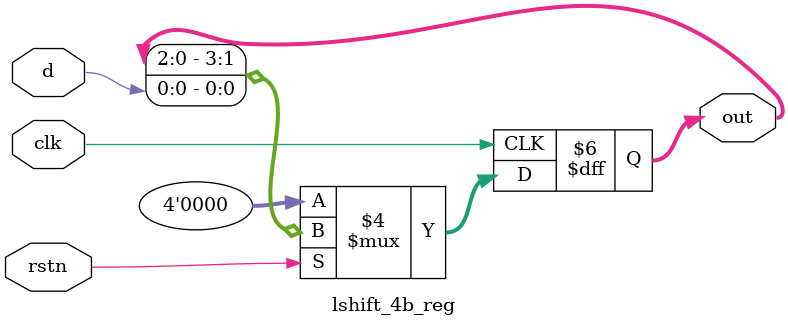
<source format=v>
module lshift_4b_reg(input d,
							input clk,
							input rstn,
							output reg [3:0] out);
	always @ (posedge clk) begin
		if (!rstn) begin
			out <= 0;
		end else begin
			out <= {out[2:0], d};
		end
	end
endmodule
</source>
